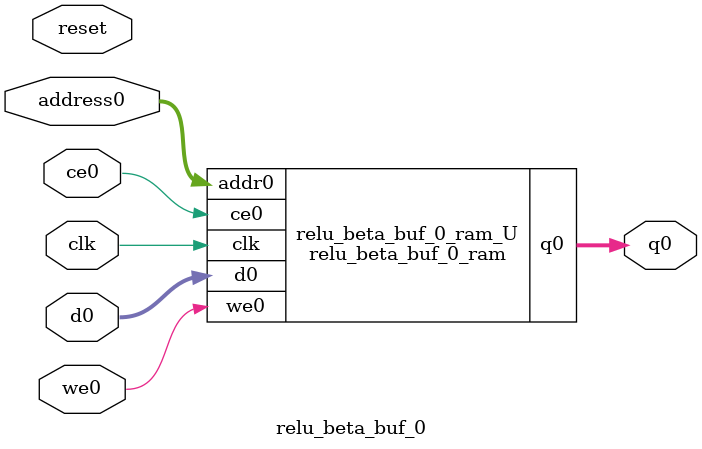
<source format=v>
`timescale 1 ns / 1 ps
module relu_beta_buf_0_ram (addr0, ce0, d0, we0, q0,  clk);

parameter DWIDTH = 32;
parameter AWIDTH = 3;
parameter MEM_SIZE = 8;

input[AWIDTH-1:0] addr0;
input ce0;
input[DWIDTH-1:0] d0;
input we0;
output reg[DWIDTH-1:0] q0;
input clk;

(* ram_style = "distributed" *)reg [DWIDTH-1:0] ram[0:MEM_SIZE-1];




always @(posedge clk)  
begin 
    if (ce0) 
    begin
        if (we0) 
        begin 
            ram[addr0] <= d0; 
        end 
        q0 <= ram[addr0];
    end
end


endmodule

`timescale 1 ns / 1 ps
module relu_beta_buf_0(
    reset,
    clk,
    address0,
    ce0,
    we0,
    d0,
    q0);

parameter DataWidth = 32'd32;
parameter AddressRange = 32'd8;
parameter AddressWidth = 32'd3;
input reset;
input clk;
input[AddressWidth - 1:0] address0;
input ce0;
input we0;
input[DataWidth - 1:0] d0;
output[DataWidth - 1:0] q0;



relu_beta_buf_0_ram relu_beta_buf_0_ram_U(
    .clk( clk ),
    .addr0( address0 ),
    .ce0( ce0 ),
    .we0( we0 ),
    .d0( d0 ),
    .q0( q0 ));

endmodule


</source>
